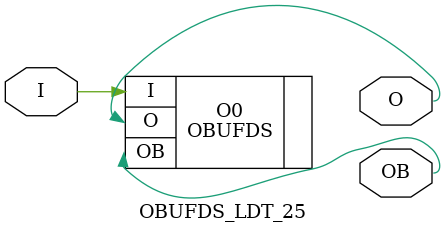
<source format=v>


`timescale  1 ps / 1 ps


module OBUFDS_LDT_25 (O, OB, I);

    output O, OB;

    input  I;

	OBUFDS #(.IOSTANDARD("LDT_25")) O0 (.O(O), .I(I), .OB(OB));


endmodule



</source>
